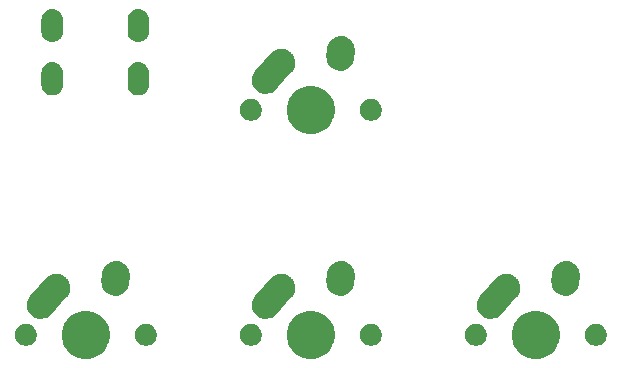
<source format=gbs>
G04 #@! TF.GenerationSoftware,KiCad,Pcbnew,(5.1.4)-1*
G04 #@! TF.CreationDate,2022-10-22T18:40:15-05:00*
G04 #@! TF.ProjectId,first-3k-keypad,66697273-742d-4336-9b2d-6b6579706164,rev?*
G04 #@! TF.SameCoordinates,Original*
G04 #@! TF.FileFunction,Soldermask,Bot*
G04 #@! TF.FilePolarity,Negative*
%FSLAX46Y46*%
G04 Gerber Fmt 4.6, Leading zero omitted, Abs format (unit mm)*
G04 Created by KiCad (PCBNEW (5.1.4)-1) date 2022-10-22 18:40:15*
%MOMM*%
%LPD*%
G04 APERTURE LIST*
%ADD10C,0.020000*%
G04 APERTURE END LIST*
D10*
G36*
X108546474Y-121858684D02*
G01*
X108764474Y-121948983D01*
X108918623Y-122012833D01*
X109253548Y-122236623D01*
X109538377Y-122521452D01*
X109762167Y-122856377D01*
X109794562Y-122934586D01*
X109916316Y-123228526D01*
X109994900Y-123623594D01*
X109994900Y-124026406D01*
X109916316Y-124421474D01*
X109865451Y-124544272D01*
X109762167Y-124793623D01*
X109538377Y-125128548D01*
X109253548Y-125413377D01*
X108918623Y-125637167D01*
X108764474Y-125701017D01*
X108546474Y-125791316D01*
X108151406Y-125869900D01*
X107748594Y-125869900D01*
X107353526Y-125791316D01*
X107135526Y-125701017D01*
X106981377Y-125637167D01*
X106646452Y-125413377D01*
X106361623Y-125128548D01*
X106137833Y-124793623D01*
X106034549Y-124544272D01*
X105983684Y-124421474D01*
X105905100Y-124026406D01*
X105905100Y-123623594D01*
X105983684Y-123228526D01*
X106105438Y-122934586D01*
X106137833Y-122856377D01*
X106361623Y-122521452D01*
X106646452Y-122236623D01*
X106981377Y-122012833D01*
X107135526Y-121948983D01*
X107353526Y-121858684D01*
X107748594Y-121780100D01*
X108151406Y-121780100D01*
X108546474Y-121858684D01*
X108546474Y-121858684D01*
G37*
G36*
X146646474Y-121858684D02*
G01*
X146864474Y-121948983D01*
X147018623Y-122012833D01*
X147353548Y-122236623D01*
X147638377Y-122521452D01*
X147862167Y-122856377D01*
X147894562Y-122934586D01*
X148016316Y-123228526D01*
X148094900Y-123623594D01*
X148094900Y-124026406D01*
X148016316Y-124421474D01*
X147965451Y-124544272D01*
X147862167Y-124793623D01*
X147638377Y-125128548D01*
X147353548Y-125413377D01*
X147018623Y-125637167D01*
X146864474Y-125701017D01*
X146646474Y-125791316D01*
X146251406Y-125869900D01*
X145848594Y-125869900D01*
X145453526Y-125791316D01*
X145235526Y-125701017D01*
X145081377Y-125637167D01*
X144746452Y-125413377D01*
X144461623Y-125128548D01*
X144237833Y-124793623D01*
X144134549Y-124544272D01*
X144083684Y-124421474D01*
X144005100Y-124026406D01*
X144005100Y-123623594D01*
X144083684Y-123228526D01*
X144205438Y-122934586D01*
X144237833Y-122856377D01*
X144461623Y-122521452D01*
X144746452Y-122236623D01*
X145081377Y-122012833D01*
X145235526Y-121948983D01*
X145453526Y-121858684D01*
X145848594Y-121780100D01*
X146251406Y-121780100D01*
X146646474Y-121858684D01*
X146646474Y-121858684D01*
G37*
G36*
X127596474Y-121858684D02*
G01*
X127814474Y-121948983D01*
X127968623Y-122012833D01*
X128303548Y-122236623D01*
X128588377Y-122521452D01*
X128812167Y-122856377D01*
X128844562Y-122934586D01*
X128966316Y-123228526D01*
X129044900Y-123623594D01*
X129044900Y-124026406D01*
X128966316Y-124421474D01*
X128915451Y-124544272D01*
X128812167Y-124793623D01*
X128588377Y-125128548D01*
X128303548Y-125413377D01*
X127968623Y-125637167D01*
X127814474Y-125701017D01*
X127596474Y-125791316D01*
X127201406Y-125869900D01*
X126798594Y-125869900D01*
X126403526Y-125791316D01*
X126185526Y-125701017D01*
X126031377Y-125637167D01*
X125696452Y-125413377D01*
X125411623Y-125128548D01*
X125187833Y-124793623D01*
X125084549Y-124544272D01*
X125033684Y-124421474D01*
X124955100Y-124026406D01*
X124955100Y-123623594D01*
X125033684Y-123228526D01*
X125155438Y-122934586D01*
X125187833Y-122856377D01*
X125411623Y-122521452D01*
X125696452Y-122236623D01*
X126031377Y-122012833D01*
X126185526Y-121948983D01*
X126403526Y-121858684D01*
X126798594Y-121780100D01*
X127201406Y-121780100D01*
X127596474Y-121858684D01*
X127596474Y-121858684D01*
G37*
G36*
X103140104Y-122934585D02*
G01*
X103308626Y-123004389D01*
X103460291Y-123105728D01*
X103589272Y-123234709D01*
X103690611Y-123386374D01*
X103760415Y-123554896D01*
X103796000Y-123733797D01*
X103796000Y-123916203D01*
X103760415Y-124095104D01*
X103690611Y-124263626D01*
X103589272Y-124415291D01*
X103460291Y-124544272D01*
X103308626Y-124645611D01*
X103140104Y-124715415D01*
X102961203Y-124751000D01*
X102778797Y-124751000D01*
X102599896Y-124715415D01*
X102431374Y-124645611D01*
X102279709Y-124544272D01*
X102150728Y-124415291D01*
X102049389Y-124263626D01*
X101979585Y-124095104D01*
X101944000Y-123916203D01*
X101944000Y-123733797D01*
X101979585Y-123554896D01*
X102049389Y-123386374D01*
X102150728Y-123234709D01*
X102279709Y-123105728D01*
X102431374Y-123004389D01*
X102599896Y-122934585D01*
X102778797Y-122899000D01*
X102961203Y-122899000D01*
X103140104Y-122934585D01*
X103140104Y-122934585D01*
G37*
G36*
X141240104Y-122934585D02*
G01*
X141408626Y-123004389D01*
X141560291Y-123105728D01*
X141689272Y-123234709D01*
X141790611Y-123386374D01*
X141860415Y-123554896D01*
X141896000Y-123733797D01*
X141896000Y-123916203D01*
X141860415Y-124095104D01*
X141790611Y-124263626D01*
X141689272Y-124415291D01*
X141560291Y-124544272D01*
X141408626Y-124645611D01*
X141240104Y-124715415D01*
X141061203Y-124751000D01*
X140878797Y-124751000D01*
X140699896Y-124715415D01*
X140531374Y-124645611D01*
X140379709Y-124544272D01*
X140250728Y-124415291D01*
X140149389Y-124263626D01*
X140079585Y-124095104D01*
X140044000Y-123916203D01*
X140044000Y-123733797D01*
X140079585Y-123554896D01*
X140149389Y-123386374D01*
X140250728Y-123234709D01*
X140379709Y-123105728D01*
X140531374Y-123004389D01*
X140699896Y-122934585D01*
X140878797Y-122899000D01*
X141061203Y-122899000D01*
X141240104Y-122934585D01*
X141240104Y-122934585D01*
G37*
G36*
X151400104Y-122934585D02*
G01*
X151568626Y-123004389D01*
X151720291Y-123105728D01*
X151849272Y-123234709D01*
X151950611Y-123386374D01*
X152020415Y-123554896D01*
X152056000Y-123733797D01*
X152056000Y-123916203D01*
X152020415Y-124095104D01*
X151950611Y-124263626D01*
X151849272Y-124415291D01*
X151720291Y-124544272D01*
X151568626Y-124645611D01*
X151400104Y-124715415D01*
X151221203Y-124751000D01*
X151038797Y-124751000D01*
X150859896Y-124715415D01*
X150691374Y-124645611D01*
X150539709Y-124544272D01*
X150410728Y-124415291D01*
X150309389Y-124263626D01*
X150239585Y-124095104D01*
X150204000Y-123916203D01*
X150204000Y-123733797D01*
X150239585Y-123554896D01*
X150309389Y-123386374D01*
X150410728Y-123234709D01*
X150539709Y-123105728D01*
X150691374Y-123004389D01*
X150859896Y-122934585D01*
X151038797Y-122899000D01*
X151221203Y-122899000D01*
X151400104Y-122934585D01*
X151400104Y-122934585D01*
G37*
G36*
X122190104Y-122934585D02*
G01*
X122358626Y-123004389D01*
X122510291Y-123105728D01*
X122639272Y-123234709D01*
X122740611Y-123386374D01*
X122810415Y-123554896D01*
X122846000Y-123733797D01*
X122846000Y-123916203D01*
X122810415Y-124095104D01*
X122740611Y-124263626D01*
X122639272Y-124415291D01*
X122510291Y-124544272D01*
X122358626Y-124645611D01*
X122190104Y-124715415D01*
X122011203Y-124751000D01*
X121828797Y-124751000D01*
X121649896Y-124715415D01*
X121481374Y-124645611D01*
X121329709Y-124544272D01*
X121200728Y-124415291D01*
X121099389Y-124263626D01*
X121029585Y-124095104D01*
X120994000Y-123916203D01*
X120994000Y-123733797D01*
X121029585Y-123554896D01*
X121099389Y-123386374D01*
X121200728Y-123234709D01*
X121329709Y-123105728D01*
X121481374Y-123004389D01*
X121649896Y-122934585D01*
X121828797Y-122899000D01*
X122011203Y-122899000D01*
X122190104Y-122934585D01*
X122190104Y-122934585D01*
G37*
G36*
X132350104Y-122934585D02*
G01*
X132518626Y-123004389D01*
X132670291Y-123105728D01*
X132799272Y-123234709D01*
X132900611Y-123386374D01*
X132970415Y-123554896D01*
X133006000Y-123733797D01*
X133006000Y-123916203D01*
X132970415Y-124095104D01*
X132900611Y-124263626D01*
X132799272Y-124415291D01*
X132670291Y-124544272D01*
X132518626Y-124645611D01*
X132350104Y-124715415D01*
X132171203Y-124751000D01*
X131988797Y-124751000D01*
X131809896Y-124715415D01*
X131641374Y-124645611D01*
X131489709Y-124544272D01*
X131360728Y-124415291D01*
X131259389Y-124263626D01*
X131189585Y-124095104D01*
X131154000Y-123916203D01*
X131154000Y-123733797D01*
X131189585Y-123554896D01*
X131259389Y-123386374D01*
X131360728Y-123234709D01*
X131489709Y-123105728D01*
X131641374Y-123004389D01*
X131809896Y-122934585D01*
X131988797Y-122899000D01*
X132171203Y-122899000D01*
X132350104Y-122934585D01*
X132350104Y-122934585D01*
G37*
G36*
X113300104Y-122934585D02*
G01*
X113468626Y-123004389D01*
X113620291Y-123105728D01*
X113749272Y-123234709D01*
X113850611Y-123386374D01*
X113920415Y-123554896D01*
X113956000Y-123733797D01*
X113956000Y-123916203D01*
X113920415Y-124095104D01*
X113850611Y-124263626D01*
X113749272Y-124415291D01*
X113620291Y-124544272D01*
X113468626Y-124645611D01*
X113300104Y-124715415D01*
X113121203Y-124751000D01*
X112938797Y-124751000D01*
X112759896Y-124715415D01*
X112591374Y-124645611D01*
X112439709Y-124544272D01*
X112310728Y-124415291D01*
X112209389Y-124263626D01*
X112139585Y-124095104D01*
X112104000Y-123916203D01*
X112104000Y-123733797D01*
X112139585Y-123554896D01*
X112209389Y-123386374D01*
X112310728Y-123234709D01*
X112439709Y-123105728D01*
X112591374Y-123004389D01*
X112759896Y-122934585D01*
X112938797Y-122899000D01*
X113121203Y-122899000D01*
X113300104Y-122934585D01*
X113300104Y-122934585D01*
G37*
G36*
X105473205Y-118648881D02*
G01*
X105478645Y-118649000D01*
X105565828Y-118649000D01*
X105582097Y-118652236D01*
X105600956Y-118654515D01*
X105617532Y-118655246D01*
X105702223Y-118676010D01*
X105707518Y-118677184D01*
X105793027Y-118694193D01*
X105808362Y-118700545D01*
X105826401Y-118706455D01*
X105842521Y-118710407D01*
X105921504Y-118747280D01*
X105926494Y-118749477D01*
X106007045Y-118782842D01*
X106020841Y-118792060D01*
X106037393Y-118801382D01*
X106052426Y-118808400D01*
X106122694Y-118859971D01*
X106127192Y-118863122D01*
X106199656Y-118911541D01*
X106211383Y-118923268D01*
X106225809Y-118935648D01*
X106239179Y-118945461D01*
X106239180Y-118945462D01*
X106298021Y-119009733D01*
X106301829Y-119013714D01*
X106363459Y-119075344D01*
X106372674Y-119089135D01*
X106384396Y-119104078D01*
X106395605Y-119116321D01*
X106440799Y-119190874D01*
X106443746Y-119195501D01*
X106492158Y-119267955D01*
X106498505Y-119283277D01*
X106507092Y-119300231D01*
X106515691Y-119314417D01*
X106545478Y-119396368D01*
X106547452Y-119401448D01*
X106580807Y-119481973D01*
X106580807Y-119481974D01*
X106584041Y-119498233D01*
X106589158Y-119516542D01*
X106594825Y-119532134D01*
X106608055Y-119618345D01*
X106609001Y-119623713D01*
X106626000Y-119709173D01*
X106626000Y-119725752D01*
X106627444Y-119744692D01*
X106629963Y-119761104D01*
X106626120Y-119848249D01*
X106626000Y-119853689D01*
X106626000Y-119940825D01*
X106622766Y-119957083D01*
X106620488Y-119975941D01*
X106619756Y-119992531D01*
X106598988Y-120077237D01*
X106597812Y-120082537D01*
X106580807Y-120168027D01*
X106574457Y-120183357D01*
X106568549Y-120201393D01*
X106564595Y-120217520D01*
X106527711Y-120296526D01*
X106525511Y-120301523D01*
X106492158Y-120382045D01*
X106482944Y-120395835D01*
X106473622Y-120412387D01*
X106466602Y-120427424D01*
X106415011Y-120497720D01*
X106411866Y-120502210D01*
X106363461Y-120574654D01*
X106306460Y-120631655D01*
X106301811Y-120636563D01*
X105870311Y-121117470D01*
X104976723Y-122113376D01*
X104848679Y-122230602D01*
X104749630Y-122290646D01*
X104650583Y-122350689D01*
X104432866Y-122429823D01*
X104203895Y-122464961D01*
X103972470Y-122454754D01*
X103747481Y-122399593D01*
X103642727Y-122350689D01*
X103537579Y-122301602D01*
X103440838Y-122230602D01*
X103350823Y-122164539D01*
X103276394Y-122083241D01*
X103194398Y-121993679D01*
X103112564Y-121858685D01*
X103074311Y-121795583D01*
X102995177Y-121577866D01*
X102960039Y-121348895D01*
X102970246Y-121117470D01*
X103025407Y-120892481D01*
X103076972Y-120782028D01*
X103123398Y-120682580D01*
X103123400Y-120682577D01*
X103226114Y-120542622D01*
X103981245Y-119701027D01*
X104512787Y-119108621D01*
X104523681Y-119094589D01*
X104536539Y-119075346D01*
X104593573Y-119018312D01*
X104598223Y-119013403D01*
X104613278Y-118996624D01*
X104634701Y-118977011D01*
X104638682Y-118973203D01*
X104700346Y-118911539D01*
X104714143Y-118902320D01*
X104729102Y-118890585D01*
X104741321Y-118879398D01*
X104773385Y-118859961D01*
X104815830Y-118834231D01*
X104820421Y-118831308D01*
X104892955Y-118782842D01*
X104908300Y-118776486D01*
X104925248Y-118767901D01*
X104939416Y-118759312D01*
X104939417Y-118759312D01*
X104939418Y-118759311D01*
X105021312Y-118729545D01*
X105026410Y-118727563D01*
X105106973Y-118694193D01*
X105123252Y-118690955D01*
X105141542Y-118685844D01*
X105157135Y-118680177D01*
X105243300Y-118666954D01*
X105248663Y-118666009D01*
X105334173Y-118649000D01*
X105350766Y-118649000D01*
X105369709Y-118647555D01*
X105386106Y-118645039D01*
X105473205Y-118648881D01*
X105473205Y-118648881D01*
G37*
G36*
X124523205Y-118648881D02*
G01*
X124528645Y-118649000D01*
X124615828Y-118649000D01*
X124632097Y-118652236D01*
X124650956Y-118654515D01*
X124667532Y-118655246D01*
X124752223Y-118676010D01*
X124757518Y-118677184D01*
X124843027Y-118694193D01*
X124858362Y-118700545D01*
X124876401Y-118706455D01*
X124892521Y-118710407D01*
X124971504Y-118747280D01*
X124976494Y-118749477D01*
X125057045Y-118782842D01*
X125070841Y-118792060D01*
X125087393Y-118801382D01*
X125102426Y-118808400D01*
X125172694Y-118859971D01*
X125177192Y-118863122D01*
X125249656Y-118911541D01*
X125261383Y-118923268D01*
X125275809Y-118935648D01*
X125289179Y-118945461D01*
X125289180Y-118945462D01*
X125348021Y-119009733D01*
X125351829Y-119013714D01*
X125413459Y-119075344D01*
X125422674Y-119089135D01*
X125434396Y-119104078D01*
X125445605Y-119116321D01*
X125490799Y-119190874D01*
X125493746Y-119195501D01*
X125542158Y-119267955D01*
X125548505Y-119283277D01*
X125557092Y-119300231D01*
X125565691Y-119314417D01*
X125595478Y-119396368D01*
X125597452Y-119401448D01*
X125630807Y-119481973D01*
X125630807Y-119481974D01*
X125634041Y-119498233D01*
X125639158Y-119516542D01*
X125644825Y-119532134D01*
X125658055Y-119618345D01*
X125659001Y-119623713D01*
X125676000Y-119709173D01*
X125676000Y-119725752D01*
X125677444Y-119744692D01*
X125679963Y-119761104D01*
X125676120Y-119848249D01*
X125676000Y-119853689D01*
X125676000Y-119940825D01*
X125672766Y-119957083D01*
X125670488Y-119975941D01*
X125669756Y-119992531D01*
X125648988Y-120077237D01*
X125647812Y-120082537D01*
X125630807Y-120168027D01*
X125624457Y-120183357D01*
X125618549Y-120201393D01*
X125614595Y-120217520D01*
X125577711Y-120296526D01*
X125575511Y-120301523D01*
X125542158Y-120382045D01*
X125532944Y-120395835D01*
X125523622Y-120412387D01*
X125516602Y-120427424D01*
X125465011Y-120497720D01*
X125461866Y-120502210D01*
X125413461Y-120574654D01*
X125356460Y-120631655D01*
X125351811Y-120636563D01*
X124920311Y-121117470D01*
X124026723Y-122113376D01*
X123898679Y-122230602D01*
X123799630Y-122290646D01*
X123700583Y-122350689D01*
X123482866Y-122429823D01*
X123253895Y-122464961D01*
X123022470Y-122454754D01*
X122797481Y-122399593D01*
X122692727Y-122350689D01*
X122587579Y-122301602D01*
X122490838Y-122230602D01*
X122400823Y-122164539D01*
X122326394Y-122083241D01*
X122244398Y-121993679D01*
X122162564Y-121858685D01*
X122124311Y-121795583D01*
X122045177Y-121577866D01*
X122010039Y-121348895D01*
X122020246Y-121117470D01*
X122075407Y-120892481D01*
X122126972Y-120782028D01*
X122173398Y-120682580D01*
X122173400Y-120682577D01*
X122276114Y-120542622D01*
X123031245Y-119701027D01*
X123562787Y-119108621D01*
X123573681Y-119094589D01*
X123586539Y-119075346D01*
X123643573Y-119018312D01*
X123648223Y-119013403D01*
X123663278Y-118996624D01*
X123684701Y-118977011D01*
X123688682Y-118973203D01*
X123750346Y-118911539D01*
X123764143Y-118902320D01*
X123779102Y-118890585D01*
X123791321Y-118879398D01*
X123823385Y-118859961D01*
X123865830Y-118834231D01*
X123870421Y-118831308D01*
X123942955Y-118782842D01*
X123958300Y-118776486D01*
X123975248Y-118767901D01*
X123989416Y-118759312D01*
X123989417Y-118759312D01*
X123989418Y-118759311D01*
X124071312Y-118729545D01*
X124076410Y-118727563D01*
X124156973Y-118694193D01*
X124173252Y-118690955D01*
X124191542Y-118685844D01*
X124207135Y-118680177D01*
X124293300Y-118666954D01*
X124298663Y-118666009D01*
X124384173Y-118649000D01*
X124400766Y-118649000D01*
X124419709Y-118647555D01*
X124436106Y-118645039D01*
X124523205Y-118648881D01*
X124523205Y-118648881D01*
G37*
G36*
X143573205Y-118648881D02*
G01*
X143578645Y-118649000D01*
X143665828Y-118649000D01*
X143682097Y-118652236D01*
X143700956Y-118654515D01*
X143717532Y-118655246D01*
X143802223Y-118676010D01*
X143807518Y-118677184D01*
X143893027Y-118694193D01*
X143908362Y-118700545D01*
X143926401Y-118706455D01*
X143942521Y-118710407D01*
X144021504Y-118747280D01*
X144026494Y-118749477D01*
X144107045Y-118782842D01*
X144120841Y-118792060D01*
X144137393Y-118801382D01*
X144152426Y-118808400D01*
X144222694Y-118859971D01*
X144227192Y-118863122D01*
X144299656Y-118911541D01*
X144311383Y-118923268D01*
X144325809Y-118935648D01*
X144339179Y-118945461D01*
X144339180Y-118945462D01*
X144398021Y-119009733D01*
X144401829Y-119013714D01*
X144463459Y-119075344D01*
X144472674Y-119089135D01*
X144484396Y-119104078D01*
X144495605Y-119116321D01*
X144540799Y-119190874D01*
X144543746Y-119195501D01*
X144592158Y-119267955D01*
X144598505Y-119283277D01*
X144607092Y-119300231D01*
X144615691Y-119314417D01*
X144645478Y-119396368D01*
X144647452Y-119401448D01*
X144680807Y-119481973D01*
X144680807Y-119481974D01*
X144684041Y-119498233D01*
X144689158Y-119516542D01*
X144694825Y-119532134D01*
X144708055Y-119618345D01*
X144709001Y-119623713D01*
X144726000Y-119709173D01*
X144726000Y-119725752D01*
X144727444Y-119744692D01*
X144729963Y-119761104D01*
X144726120Y-119848249D01*
X144726000Y-119853689D01*
X144726000Y-119940825D01*
X144722766Y-119957083D01*
X144720488Y-119975941D01*
X144719756Y-119992531D01*
X144698988Y-120077237D01*
X144697812Y-120082537D01*
X144680807Y-120168027D01*
X144674457Y-120183357D01*
X144668549Y-120201393D01*
X144664595Y-120217520D01*
X144627711Y-120296526D01*
X144625511Y-120301523D01*
X144592158Y-120382045D01*
X144582944Y-120395835D01*
X144573622Y-120412387D01*
X144566602Y-120427424D01*
X144515011Y-120497720D01*
X144511866Y-120502210D01*
X144463461Y-120574654D01*
X144406460Y-120631655D01*
X144401811Y-120636563D01*
X143970311Y-121117470D01*
X143076723Y-122113376D01*
X142948679Y-122230602D01*
X142849630Y-122290646D01*
X142750583Y-122350689D01*
X142532866Y-122429823D01*
X142303895Y-122464961D01*
X142072470Y-122454754D01*
X141847481Y-122399593D01*
X141742727Y-122350689D01*
X141637579Y-122301602D01*
X141540838Y-122230602D01*
X141450823Y-122164539D01*
X141376394Y-122083241D01*
X141294398Y-121993679D01*
X141212564Y-121858685D01*
X141174311Y-121795583D01*
X141095177Y-121577866D01*
X141060039Y-121348895D01*
X141070246Y-121117470D01*
X141125407Y-120892481D01*
X141176972Y-120782028D01*
X141223398Y-120682580D01*
X141223400Y-120682577D01*
X141326114Y-120542622D01*
X142081245Y-119701027D01*
X142612787Y-119108621D01*
X142623681Y-119094589D01*
X142636539Y-119075346D01*
X142693573Y-119018312D01*
X142698223Y-119013403D01*
X142713278Y-118996624D01*
X142734701Y-118977011D01*
X142738682Y-118973203D01*
X142800346Y-118911539D01*
X142814143Y-118902320D01*
X142829102Y-118890585D01*
X142841321Y-118879398D01*
X142873385Y-118859961D01*
X142915830Y-118834231D01*
X142920421Y-118831308D01*
X142992955Y-118782842D01*
X143008300Y-118776486D01*
X143025248Y-118767901D01*
X143039416Y-118759312D01*
X143039417Y-118759312D01*
X143039418Y-118759311D01*
X143121312Y-118729545D01*
X143126410Y-118727563D01*
X143206973Y-118694193D01*
X143223252Y-118690955D01*
X143241542Y-118685844D01*
X143257135Y-118680177D01*
X143343300Y-118666954D01*
X143348663Y-118666009D01*
X143434173Y-118649000D01*
X143450766Y-118649000D01*
X143469709Y-118647555D01*
X143486106Y-118645039D01*
X143573205Y-118648881D01*
X143573205Y-118648881D01*
G37*
G36*
X148678127Y-117567261D02*
G01*
X148698900Y-117569000D01*
X148705827Y-117569000D01*
X148800754Y-117587882D01*
X148804348Y-117588542D01*
X148899730Y-117604624D01*
X148906203Y-117607085D01*
X148926228Y-117612841D01*
X148933027Y-117614193D01*
X148995414Y-117640034D01*
X149022443Y-117651230D01*
X149025844Y-117652581D01*
X149116255Y-117686961D01*
X149122127Y-117690640D01*
X149140636Y-117700187D01*
X149147045Y-117702842D01*
X149227563Y-117756642D01*
X149230554Y-117758578D01*
X149312557Y-117809959D01*
X149317584Y-117814700D01*
X149333896Y-117827691D01*
X149339652Y-117831537D01*
X149408110Y-117899995D01*
X149410689Y-117902499D01*
X149481090Y-117968889D01*
X149485095Y-117974519D01*
X149498559Y-117990444D01*
X149503459Y-117995344D01*
X149557244Y-118075839D01*
X149559291Y-118078807D01*
X149615380Y-118157645D01*
X149618214Y-118163958D01*
X149628308Y-118182193D01*
X149632158Y-118187955D01*
X149669220Y-118277430D01*
X149670624Y-118280685D01*
X149710265Y-118368973D01*
X149711815Y-118375725D01*
X149718152Y-118395562D01*
X149720807Y-118401973D01*
X149739692Y-118496917D01*
X149740438Y-118500401D01*
X149762098Y-118594751D01*
X149762098Y-118594754D01*
X149762300Y-118601654D01*
X149764647Y-118622370D01*
X149766000Y-118629174D01*
X149766000Y-118725986D01*
X149766053Y-118729584D01*
X149767188Y-118768277D01*
X149766295Y-118781225D01*
X149766000Y-118789797D01*
X149766000Y-118860826D01*
X149760081Y-118890585D01*
X149759604Y-118892979D01*
X149757500Y-118908750D01*
X149719238Y-119463545D01*
X149690376Y-119634730D01*
X149608038Y-119851255D01*
X149485041Y-120047557D01*
X149326111Y-120216090D01*
X149137355Y-120350380D01*
X148926027Y-120445265D01*
X148700249Y-120497098D01*
X148468698Y-120503889D01*
X148468697Y-120503889D01*
X148423012Y-120496186D01*
X148240270Y-120465376D01*
X148023745Y-120383038D01*
X147827443Y-120260041D01*
X147658910Y-120101111D01*
X147524620Y-119912355D01*
X147429735Y-119701027D01*
X147377902Y-119475249D01*
X147372812Y-119301723D01*
X147413704Y-118708794D01*
X147414000Y-118700196D01*
X147414000Y-118629175D01*
X147432882Y-118534250D01*
X147433544Y-118530645D01*
X147439231Y-118496917D01*
X147449624Y-118435270D01*
X147452085Y-118428799D01*
X147457842Y-118408767D01*
X147459193Y-118401974D01*
X147461843Y-118395576D01*
X147496264Y-118312476D01*
X147497553Y-118309230D01*
X147531962Y-118218745D01*
X147535636Y-118212881D01*
X147545187Y-118194365D01*
X147547842Y-118187955D01*
X147601657Y-118107415D01*
X147603577Y-118104449D01*
X147654959Y-118022443D01*
X147659711Y-118017404D01*
X147672689Y-118001107D01*
X147676537Y-117995348D01*
X147744993Y-117926892D01*
X147747546Y-117924262D01*
X147768023Y-117902548D01*
X147813889Y-117853910D01*
X147819521Y-117849903D01*
X147835447Y-117836438D01*
X147840346Y-117831539D01*
X147920824Y-117777766D01*
X147923806Y-117775710D01*
X148002645Y-117719620D01*
X148008955Y-117716787D01*
X148027194Y-117706691D01*
X148032951Y-117702844D01*
X148032954Y-117702843D01*
X148032955Y-117702842D01*
X148122429Y-117665781D01*
X148125687Y-117664375D01*
X148213973Y-117624735D01*
X148220725Y-117623185D01*
X148240562Y-117616848D01*
X148246973Y-117614193D01*
X148341899Y-117595311D01*
X148345446Y-117594551D01*
X148439751Y-117572901D01*
X148442130Y-117572831D01*
X148446665Y-117572698D01*
X148467381Y-117570351D01*
X148474174Y-117569000D01*
X148570959Y-117569000D01*
X148574584Y-117568947D01*
X148671302Y-117566110D01*
X148678127Y-117567261D01*
X148678127Y-117567261D01*
G37*
G36*
X110578127Y-117567261D02*
G01*
X110598900Y-117569000D01*
X110605827Y-117569000D01*
X110700754Y-117587882D01*
X110704348Y-117588542D01*
X110799730Y-117604624D01*
X110806203Y-117607085D01*
X110826228Y-117612841D01*
X110833027Y-117614193D01*
X110895414Y-117640034D01*
X110922443Y-117651230D01*
X110925844Y-117652581D01*
X111016255Y-117686961D01*
X111022127Y-117690640D01*
X111040636Y-117700187D01*
X111047045Y-117702842D01*
X111127563Y-117756642D01*
X111130554Y-117758578D01*
X111212557Y-117809959D01*
X111217584Y-117814700D01*
X111233896Y-117827691D01*
X111239652Y-117831537D01*
X111308110Y-117899995D01*
X111310689Y-117902499D01*
X111381090Y-117968889D01*
X111385095Y-117974519D01*
X111398559Y-117990444D01*
X111403459Y-117995344D01*
X111457244Y-118075839D01*
X111459291Y-118078807D01*
X111515380Y-118157645D01*
X111518214Y-118163958D01*
X111528308Y-118182193D01*
X111532158Y-118187955D01*
X111569220Y-118277430D01*
X111570624Y-118280685D01*
X111610265Y-118368973D01*
X111611815Y-118375725D01*
X111618152Y-118395562D01*
X111620807Y-118401973D01*
X111639692Y-118496917D01*
X111640438Y-118500401D01*
X111662098Y-118594751D01*
X111662098Y-118594754D01*
X111662300Y-118601654D01*
X111664647Y-118622370D01*
X111666000Y-118629174D01*
X111666000Y-118725986D01*
X111666053Y-118729584D01*
X111667188Y-118768277D01*
X111666295Y-118781225D01*
X111666000Y-118789797D01*
X111666000Y-118860826D01*
X111660081Y-118890585D01*
X111659604Y-118892979D01*
X111657500Y-118908750D01*
X111619238Y-119463545D01*
X111590376Y-119634730D01*
X111508038Y-119851255D01*
X111385041Y-120047557D01*
X111226111Y-120216090D01*
X111037355Y-120350380D01*
X110826027Y-120445265D01*
X110600249Y-120497098D01*
X110368698Y-120503889D01*
X110368697Y-120503889D01*
X110323012Y-120496186D01*
X110140270Y-120465376D01*
X109923745Y-120383038D01*
X109727443Y-120260041D01*
X109558910Y-120101111D01*
X109424620Y-119912355D01*
X109329735Y-119701027D01*
X109277902Y-119475249D01*
X109272812Y-119301723D01*
X109313704Y-118708794D01*
X109314000Y-118700196D01*
X109314000Y-118629175D01*
X109332882Y-118534250D01*
X109333544Y-118530645D01*
X109339231Y-118496917D01*
X109349624Y-118435270D01*
X109352085Y-118428799D01*
X109357842Y-118408767D01*
X109359193Y-118401974D01*
X109361843Y-118395576D01*
X109396264Y-118312476D01*
X109397553Y-118309230D01*
X109431962Y-118218745D01*
X109435636Y-118212881D01*
X109445187Y-118194365D01*
X109447842Y-118187955D01*
X109501657Y-118107415D01*
X109503577Y-118104449D01*
X109554959Y-118022443D01*
X109559711Y-118017404D01*
X109572689Y-118001107D01*
X109576537Y-117995348D01*
X109644993Y-117926892D01*
X109647546Y-117924262D01*
X109668023Y-117902548D01*
X109713889Y-117853910D01*
X109719521Y-117849903D01*
X109735447Y-117836438D01*
X109740346Y-117831539D01*
X109820824Y-117777766D01*
X109823806Y-117775710D01*
X109902645Y-117719620D01*
X109908955Y-117716787D01*
X109927194Y-117706691D01*
X109932951Y-117702844D01*
X109932954Y-117702843D01*
X109932955Y-117702842D01*
X110022429Y-117665781D01*
X110025687Y-117664375D01*
X110113973Y-117624735D01*
X110120725Y-117623185D01*
X110140562Y-117616848D01*
X110146973Y-117614193D01*
X110241899Y-117595311D01*
X110245446Y-117594551D01*
X110339751Y-117572901D01*
X110342130Y-117572831D01*
X110346665Y-117572698D01*
X110367381Y-117570351D01*
X110374174Y-117569000D01*
X110470959Y-117569000D01*
X110474584Y-117568947D01*
X110571302Y-117566110D01*
X110578127Y-117567261D01*
X110578127Y-117567261D01*
G37*
G36*
X129628127Y-117567261D02*
G01*
X129648900Y-117569000D01*
X129655827Y-117569000D01*
X129750754Y-117587882D01*
X129754348Y-117588542D01*
X129849730Y-117604624D01*
X129856203Y-117607085D01*
X129876228Y-117612841D01*
X129883027Y-117614193D01*
X129945414Y-117640034D01*
X129972443Y-117651230D01*
X129975844Y-117652581D01*
X130066255Y-117686961D01*
X130072127Y-117690640D01*
X130090636Y-117700187D01*
X130097045Y-117702842D01*
X130177563Y-117756642D01*
X130180554Y-117758578D01*
X130262557Y-117809959D01*
X130267584Y-117814700D01*
X130283896Y-117827691D01*
X130289652Y-117831537D01*
X130358110Y-117899995D01*
X130360689Y-117902499D01*
X130431090Y-117968889D01*
X130435095Y-117974519D01*
X130448559Y-117990444D01*
X130453459Y-117995344D01*
X130507244Y-118075839D01*
X130509291Y-118078807D01*
X130565380Y-118157645D01*
X130568214Y-118163958D01*
X130578308Y-118182193D01*
X130582158Y-118187955D01*
X130619220Y-118277430D01*
X130620624Y-118280685D01*
X130660265Y-118368973D01*
X130661815Y-118375725D01*
X130668152Y-118395562D01*
X130670807Y-118401973D01*
X130689692Y-118496917D01*
X130690438Y-118500401D01*
X130712098Y-118594751D01*
X130712098Y-118594754D01*
X130712300Y-118601654D01*
X130714647Y-118622370D01*
X130716000Y-118629174D01*
X130716000Y-118725986D01*
X130716053Y-118729584D01*
X130717188Y-118768277D01*
X130716295Y-118781225D01*
X130716000Y-118789797D01*
X130716000Y-118860826D01*
X130710081Y-118890585D01*
X130709604Y-118892979D01*
X130707500Y-118908750D01*
X130669238Y-119463545D01*
X130640376Y-119634730D01*
X130558038Y-119851255D01*
X130435041Y-120047557D01*
X130276111Y-120216090D01*
X130087355Y-120350380D01*
X129876027Y-120445265D01*
X129650249Y-120497098D01*
X129418698Y-120503889D01*
X129418697Y-120503889D01*
X129373012Y-120496186D01*
X129190270Y-120465376D01*
X128973745Y-120383038D01*
X128777443Y-120260041D01*
X128608910Y-120101111D01*
X128474620Y-119912355D01*
X128379735Y-119701027D01*
X128327902Y-119475249D01*
X128322812Y-119301723D01*
X128363704Y-118708794D01*
X128364000Y-118700196D01*
X128364000Y-118629175D01*
X128382882Y-118534250D01*
X128383544Y-118530645D01*
X128389231Y-118496917D01*
X128399624Y-118435270D01*
X128402085Y-118428799D01*
X128407842Y-118408767D01*
X128409193Y-118401974D01*
X128411843Y-118395576D01*
X128446264Y-118312476D01*
X128447553Y-118309230D01*
X128481962Y-118218745D01*
X128485636Y-118212881D01*
X128495187Y-118194365D01*
X128497842Y-118187955D01*
X128551657Y-118107415D01*
X128553577Y-118104449D01*
X128604959Y-118022443D01*
X128609711Y-118017404D01*
X128622689Y-118001107D01*
X128626537Y-117995348D01*
X128694993Y-117926892D01*
X128697546Y-117924262D01*
X128718023Y-117902548D01*
X128763889Y-117853910D01*
X128769521Y-117849903D01*
X128785447Y-117836438D01*
X128790346Y-117831539D01*
X128870824Y-117777766D01*
X128873806Y-117775710D01*
X128952645Y-117719620D01*
X128958955Y-117716787D01*
X128977194Y-117706691D01*
X128982951Y-117702844D01*
X128982954Y-117702843D01*
X128982955Y-117702842D01*
X129072429Y-117665781D01*
X129075687Y-117664375D01*
X129163973Y-117624735D01*
X129170725Y-117623185D01*
X129190562Y-117616848D01*
X129196973Y-117614193D01*
X129291899Y-117595311D01*
X129295446Y-117594551D01*
X129389751Y-117572901D01*
X129392130Y-117572831D01*
X129396665Y-117572698D01*
X129417381Y-117570351D01*
X129424174Y-117569000D01*
X129520959Y-117569000D01*
X129524584Y-117568947D01*
X129621302Y-117566110D01*
X129628127Y-117567261D01*
X129628127Y-117567261D01*
G37*
G36*
X127596474Y-102808684D02*
G01*
X127814474Y-102898983D01*
X127968623Y-102962833D01*
X128303548Y-103186623D01*
X128588377Y-103471452D01*
X128812167Y-103806377D01*
X128844562Y-103884586D01*
X128966316Y-104178526D01*
X129044900Y-104573594D01*
X129044900Y-104976406D01*
X128966316Y-105371474D01*
X128915451Y-105494272D01*
X128812167Y-105743623D01*
X128588377Y-106078548D01*
X128303548Y-106363377D01*
X127968623Y-106587167D01*
X127814474Y-106651017D01*
X127596474Y-106741316D01*
X127201406Y-106819900D01*
X126798594Y-106819900D01*
X126403526Y-106741316D01*
X126185526Y-106651017D01*
X126031377Y-106587167D01*
X125696452Y-106363377D01*
X125411623Y-106078548D01*
X125187833Y-105743623D01*
X125084549Y-105494272D01*
X125033684Y-105371474D01*
X124955100Y-104976406D01*
X124955100Y-104573594D01*
X125033684Y-104178526D01*
X125155438Y-103884586D01*
X125187833Y-103806377D01*
X125411623Y-103471452D01*
X125696452Y-103186623D01*
X126031377Y-102962833D01*
X126185526Y-102898983D01*
X126403526Y-102808684D01*
X126798594Y-102730100D01*
X127201406Y-102730100D01*
X127596474Y-102808684D01*
X127596474Y-102808684D01*
G37*
G36*
X132350104Y-103884585D02*
G01*
X132518626Y-103954389D01*
X132670291Y-104055728D01*
X132799272Y-104184709D01*
X132900611Y-104336374D01*
X132970415Y-104504896D01*
X133006000Y-104683797D01*
X133006000Y-104866203D01*
X132970415Y-105045104D01*
X132900611Y-105213626D01*
X132799272Y-105365291D01*
X132670291Y-105494272D01*
X132518626Y-105595611D01*
X132350104Y-105665415D01*
X132171203Y-105701000D01*
X131988797Y-105701000D01*
X131809896Y-105665415D01*
X131641374Y-105595611D01*
X131489709Y-105494272D01*
X131360728Y-105365291D01*
X131259389Y-105213626D01*
X131189585Y-105045104D01*
X131154000Y-104866203D01*
X131154000Y-104683797D01*
X131189585Y-104504896D01*
X131259389Y-104336374D01*
X131360728Y-104184709D01*
X131489709Y-104055728D01*
X131641374Y-103954389D01*
X131809896Y-103884585D01*
X131988797Y-103849000D01*
X132171203Y-103849000D01*
X132350104Y-103884585D01*
X132350104Y-103884585D01*
G37*
G36*
X122190104Y-103884585D02*
G01*
X122358626Y-103954389D01*
X122510291Y-104055728D01*
X122639272Y-104184709D01*
X122740611Y-104336374D01*
X122810415Y-104504896D01*
X122846000Y-104683797D01*
X122846000Y-104866203D01*
X122810415Y-105045104D01*
X122740611Y-105213626D01*
X122639272Y-105365291D01*
X122510291Y-105494272D01*
X122358626Y-105595611D01*
X122190104Y-105665415D01*
X122011203Y-105701000D01*
X121828797Y-105701000D01*
X121649896Y-105665415D01*
X121481374Y-105595611D01*
X121329709Y-105494272D01*
X121200728Y-105365291D01*
X121099389Y-105213626D01*
X121029585Y-105045104D01*
X120994000Y-104866203D01*
X120994000Y-104683797D01*
X121029585Y-104504896D01*
X121099389Y-104336374D01*
X121200728Y-104184709D01*
X121329709Y-104055728D01*
X121481374Y-103954389D01*
X121649896Y-103884585D01*
X121828797Y-103849000D01*
X122011203Y-103849000D01*
X122190104Y-103884585D01*
X122190104Y-103884585D01*
G37*
G36*
X105270377Y-100743287D02*
G01*
X105440216Y-100794807D01*
X105440218Y-100794808D01*
X105518479Y-100836640D01*
X105596741Y-100878472D01*
X105611793Y-100890825D01*
X105733936Y-100991064D01*
X105783215Y-101051112D01*
X105846528Y-101128259D01*
X105930193Y-101284784D01*
X105981713Y-101454623D01*
X105987894Y-101517378D01*
X105994225Y-101581655D01*
X105994750Y-101586992D01*
X105994750Y-102675508D01*
X105981713Y-102807877D01*
X105930193Y-102977716D01*
X105846528Y-103134241D01*
X105817198Y-103169979D01*
X105733936Y-103271436D01*
X105596741Y-103384028D01*
X105440217Y-103467692D01*
X105440215Y-103467693D01*
X105270376Y-103519213D01*
X105093750Y-103536609D01*
X104917123Y-103519213D01*
X104747284Y-103467693D01*
X104590759Y-103384028D01*
X104585633Y-103379821D01*
X104453564Y-103271436D01*
X104340971Y-103134239D01*
X104257308Y-102977717D01*
X104252793Y-102962833D01*
X104205787Y-102807876D01*
X104192750Y-102675507D01*
X104192751Y-101586992D01*
X104193277Y-101581655D01*
X104199607Y-101517378D01*
X104205788Y-101454623D01*
X104257308Y-101284784D01*
X104340973Y-101128259D01*
X104404286Y-101051112D01*
X104453565Y-100991064D01*
X104575708Y-100890825D01*
X104590760Y-100878472D01*
X104669022Y-100836640D01*
X104747283Y-100794808D01*
X104747285Y-100794807D01*
X104917124Y-100743287D01*
X105093750Y-100725891D01*
X105270377Y-100743287D01*
X105270377Y-100743287D01*
G37*
G36*
X112570377Y-100743287D02*
G01*
X112740216Y-100794807D01*
X112740218Y-100794808D01*
X112818479Y-100836640D01*
X112896741Y-100878472D01*
X112911793Y-100890825D01*
X113033936Y-100991064D01*
X113083215Y-101051112D01*
X113146528Y-101128259D01*
X113230193Y-101284784D01*
X113281713Y-101454623D01*
X113287894Y-101517378D01*
X113294225Y-101581655D01*
X113294750Y-101586992D01*
X113294750Y-102675508D01*
X113281713Y-102807877D01*
X113230193Y-102977716D01*
X113146528Y-103134241D01*
X113117198Y-103169979D01*
X113033936Y-103271436D01*
X112896741Y-103384028D01*
X112740217Y-103467692D01*
X112740215Y-103467693D01*
X112570376Y-103519213D01*
X112393750Y-103536609D01*
X112217123Y-103519213D01*
X112047284Y-103467693D01*
X111890759Y-103384028D01*
X111885633Y-103379821D01*
X111753564Y-103271436D01*
X111640971Y-103134239D01*
X111557308Y-102977717D01*
X111552793Y-102962833D01*
X111505787Y-102807876D01*
X111492750Y-102675507D01*
X111492751Y-101586992D01*
X111493277Y-101581655D01*
X111499607Y-101517378D01*
X111505788Y-101454623D01*
X111557308Y-101284784D01*
X111640973Y-101128259D01*
X111704286Y-101051112D01*
X111753565Y-100991064D01*
X111875708Y-100890825D01*
X111890760Y-100878472D01*
X111969022Y-100836640D01*
X112047283Y-100794808D01*
X112047285Y-100794807D01*
X112217124Y-100743287D01*
X112393750Y-100725891D01*
X112570377Y-100743287D01*
X112570377Y-100743287D01*
G37*
G36*
X124523205Y-99598881D02*
G01*
X124528645Y-99599000D01*
X124615828Y-99599000D01*
X124632097Y-99602236D01*
X124650956Y-99604515D01*
X124667532Y-99605246D01*
X124752223Y-99626010D01*
X124757518Y-99627184D01*
X124843027Y-99644193D01*
X124858362Y-99650545D01*
X124876401Y-99656455D01*
X124892521Y-99660407D01*
X124971504Y-99697280D01*
X124976494Y-99699477D01*
X125057045Y-99732842D01*
X125070841Y-99742060D01*
X125087393Y-99751382D01*
X125102426Y-99758400D01*
X125172694Y-99809971D01*
X125177192Y-99813122D01*
X125249656Y-99861541D01*
X125261383Y-99873268D01*
X125275809Y-99885648D01*
X125289179Y-99895461D01*
X125289180Y-99895462D01*
X125348021Y-99959733D01*
X125351829Y-99963714D01*
X125413459Y-100025344D01*
X125422674Y-100039135D01*
X125434396Y-100054078D01*
X125445605Y-100066321D01*
X125490799Y-100140874D01*
X125493746Y-100145501D01*
X125542158Y-100217955D01*
X125548505Y-100233277D01*
X125557092Y-100250231D01*
X125565691Y-100264417D01*
X125595478Y-100346368D01*
X125597452Y-100351448D01*
X125630807Y-100431973D01*
X125630807Y-100431974D01*
X125634041Y-100448233D01*
X125639158Y-100466542D01*
X125644825Y-100482134D01*
X125658055Y-100568345D01*
X125659001Y-100573713D01*
X125676000Y-100659173D01*
X125676000Y-100675752D01*
X125677444Y-100694692D01*
X125679963Y-100711104D01*
X125676120Y-100798249D01*
X125676000Y-100803689D01*
X125676000Y-100890825D01*
X125672766Y-100907083D01*
X125670488Y-100925941D01*
X125669756Y-100942531D01*
X125648988Y-101027237D01*
X125647812Y-101032537D01*
X125630807Y-101118027D01*
X125624457Y-101133357D01*
X125618549Y-101151393D01*
X125614595Y-101167520D01*
X125577711Y-101246526D01*
X125575511Y-101251523D01*
X125542158Y-101332045D01*
X125532944Y-101345835D01*
X125523622Y-101362387D01*
X125516602Y-101377424D01*
X125465011Y-101447720D01*
X125461866Y-101452210D01*
X125413461Y-101524654D01*
X125356460Y-101581655D01*
X125351811Y-101586563D01*
X124255248Y-102808684D01*
X124026723Y-103063376D01*
X123898679Y-103180602D01*
X123799630Y-103240646D01*
X123700583Y-103300689D01*
X123482866Y-103379823D01*
X123253895Y-103414961D01*
X123022470Y-103404754D01*
X122797481Y-103349593D01*
X122692727Y-103300689D01*
X122587579Y-103251602D01*
X122490838Y-103180602D01*
X122400823Y-103114539D01*
X122326394Y-103033241D01*
X122244398Y-102943679D01*
X122162564Y-102808685D01*
X122124311Y-102745583D01*
X122045177Y-102527866D01*
X122010039Y-102298895D01*
X122020246Y-102067470D01*
X122075407Y-101842481D01*
X122126972Y-101732028D01*
X122173398Y-101632580D01*
X122173400Y-101632577D01*
X122276114Y-101492622D01*
X123031245Y-100651027D01*
X123562787Y-100058621D01*
X123573681Y-100044589D01*
X123586539Y-100025346D01*
X123643573Y-99968312D01*
X123648223Y-99963403D01*
X123663278Y-99946624D01*
X123684701Y-99927011D01*
X123688682Y-99923203D01*
X123750346Y-99861539D01*
X123764143Y-99852320D01*
X123779102Y-99840585D01*
X123791321Y-99829398D01*
X123823385Y-99809961D01*
X123865830Y-99784231D01*
X123870421Y-99781308D01*
X123942955Y-99732842D01*
X123958300Y-99726486D01*
X123975248Y-99717901D01*
X123989416Y-99709312D01*
X123989417Y-99709312D01*
X123989418Y-99709311D01*
X124071312Y-99679545D01*
X124076410Y-99677563D01*
X124156973Y-99644193D01*
X124173252Y-99640955D01*
X124191542Y-99635844D01*
X124207135Y-99630177D01*
X124293300Y-99616954D01*
X124298663Y-99616009D01*
X124384173Y-99599000D01*
X124400766Y-99599000D01*
X124419709Y-99597555D01*
X124436106Y-99595039D01*
X124523205Y-99598881D01*
X124523205Y-99598881D01*
G37*
G36*
X129628127Y-98517261D02*
G01*
X129648900Y-98519000D01*
X129655827Y-98519000D01*
X129750754Y-98537882D01*
X129754348Y-98538542D01*
X129849730Y-98554624D01*
X129856203Y-98557085D01*
X129876228Y-98562841D01*
X129883027Y-98564193D01*
X129945414Y-98590034D01*
X129972443Y-98601230D01*
X129975844Y-98602581D01*
X130066255Y-98636961D01*
X130072127Y-98640640D01*
X130090636Y-98650187D01*
X130097045Y-98652842D01*
X130177563Y-98706642D01*
X130180554Y-98708578D01*
X130262557Y-98759959D01*
X130267584Y-98764700D01*
X130283896Y-98777691D01*
X130289652Y-98781537D01*
X130358110Y-98849995D01*
X130360689Y-98852499D01*
X130431090Y-98918889D01*
X130435095Y-98924519D01*
X130448559Y-98940444D01*
X130453459Y-98945344D01*
X130468392Y-98967692D01*
X130507244Y-99025839D01*
X130509291Y-99028807D01*
X130565380Y-99107645D01*
X130568214Y-99113958D01*
X130578308Y-99132193D01*
X130582158Y-99137955D01*
X130619220Y-99227430D01*
X130620624Y-99230685D01*
X130660265Y-99318973D01*
X130661815Y-99325725D01*
X130668152Y-99345562D01*
X130670807Y-99351973D01*
X130689692Y-99446917D01*
X130690438Y-99450401D01*
X130712098Y-99544751D01*
X130712098Y-99544754D01*
X130712300Y-99551654D01*
X130714647Y-99572370D01*
X130716000Y-99579174D01*
X130716000Y-99675986D01*
X130716053Y-99679584D01*
X130717188Y-99718277D01*
X130716295Y-99731225D01*
X130716000Y-99739797D01*
X130716000Y-99810826D01*
X130710081Y-99840585D01*
X130709604Y-99842979D01*
X130707500Y-99858750D01*
X130669238Y-100413545D01*
X130640376Y-100584730D01*
X130558038Y-100801255D01*
X130435041Y-100997557D01*
X130276111Y-101166090D01*
X130087355Y-101300380D01*
X129876027Y-101395265D01*
X129650249Y-101447098D01*
X129418698Y-101453889D01*
X129418697Y-101453889D01*
X129373012Y-101446186D01*
X129190270Y-101415376D01*
X128973745Y-101333038D01*
X128777443Y-101210041D01*
X128608910Y-101051111D01*
X128474620Y-100862355D01*
X128379735Y-100651027D01*
X128327902Y-100425249D01*
X128322812Y-100251723D01*
X128363704Y-99658794D01*
X128364000Y-99650196D01*
X128364000Y-99579175D01*
X128382882Y-99484250D01*
X128383544Y-99480645D01*
X128389231Y-99446917D01*
X128399624Y-99385270D01*
X128402085Y-99378799D01*
X128407842Y-99358767D01*
X128409193Y-99351974D01*
X128411843Y-99345576D01*
X128446264Y-99262476D01*
X128447553Y-99259230D01*
X128481962Y-99168745D01*
X128485636Y-99162881D01*
X128495187Y-99144365D01*
X128497842Y-99137955D01*
X128551657Y-99057415D01*
X128553577Y-99054449D01*
X128604959Y-98972443D01*
X128609711Y-98967404D01*
X128622689Y-98951107D01*
X128626537Y-98945348D01*
X128694993Y-98876892D01*
X128697546Y-98874262D01*
X128718023Y-98852548D01*
X128763889Y-98803910D01*
X128769521Y-98799903D01*
X128785447Y-98786438D01*
X128790346Y-98781539D01*
X128870824Y-98727766D01*
X128873806Y-98725710D01*
X128952645Y-98669620D01*
X128958955Y-98666787D01*
X128977194Y-98656691D01*
X128982951Y-98652844D01*
X128982954Y-98652843D01*
X128982955Y-98652842D01*
X129072429Y-98615781D01*
X129075687Y-98614375D01*
X129163973Y-98574735D01*
X129170725Y-98573185D01*
X129190562Y-98566848D01*
X129196973Y-98564193D01*
X129291899Y-98545311D01*
X129295446Y-98544551D01*
X129389751Y-98522901D01*
X129392130Y-98522831D01*
X129396665Y-98522698D01*
X129417381Y-98520351D01*
X129424174Y-98519000D01*
X129520959Y-98519000D01*
X129524584Y-98518947D01*
X129621302Y-98516110D01*
X129628127Y-98517261D01*
X129628127Y-98517261D01*
G37*
G36*
X112570377Y-96243287D02*
G01*
X112740216Y-96294807D01*
X112896741Y-96378472D01*
X112932479Y-96407802D01*
X113033936Y-96491064D01*
X113117198Y-96592521D01*
X113146528Y-96628259D01*
X113230193Y-96784784D01*
X113281713Y-96954623D01*
X113294750Y-97086992D01*
X113294750Y-98175508D01*
X113281713Y-98307877D01*
X113230193Y-98477716D01*
X113146528Y-98634241D01*
X113119817Y-98666788D01*
X113033936Y-98771436D01*
X112896739Y-98884029D01*
X112771245Y-98951107D01*
X112740215Y-98967693D01*
X112570376Y-99019213D01*
X112393750Y-99036609D01*
X112217123Y-99019213D01*
X112047284Y-98967693D01*
X111890759Y-98884028D01*
X111849290Y-98849995D01*
X111753564Y-98771436D01*
X111640971Y-98634239D01*
X111557308Y-98477717D01*
X111557307Y-98477715D01*
X111505787Y-98307876D01*
X111492750Y-98175507D01*
X111492751Y-97086992D01*
X111505788Y-96954623D01*
X111557308Y-96784784D01*
X111640973Y-96628259D01*
X111670303Y-96592521D01*
X111753565Y-96491064D01*
X111855022Y-96407802D01*
X111890760Y-96378472D01*
X112047285Y-96294807D01*
X112217124Y-96243287D01*
X112393750Y-96225891D01*
X112570377Y-96243287D01*
X112570377Y-96243287D01*
G37*
G36*
X105270377Y-96243287D02*
G01*
X105440216Y-96294807D01*
X105596741Y-96378472D01*
X105632479Y-96407802D01*
X105733936Y-96491064D01*
X105817198Y-96592521D01*
X105846528Y-96628259D01*
X105930193Y-96784784D01*
X105981713Y-96954623D01*
X105994750Y-97086992D01*
X105994750Y-98175508D01*
X105981713Y-98307877D01*
X105930193Y-98477716D01*
X105846528Y-98634241D01*
X105819817Y-98666788D01*
X105733936Y-98771436D01*
X105596739Y-98884029D01*
X105471245Y-98951107D01*
X105440215Y-98967693D01*
X105270376Y-99019213D01*
X105093750Y-99036609D01*
X104917123Y-99019213D01*
X104747284Y-98967693D01*
X104590759Y-98884028D01*
X104549290Y-98849995D01*
X104453564Y-98771436D01*
X104340971Y-98634239D01*
X104257308Y-98477717D01*
X104257307Y-98477715D01*
X104205787Y-98307876D01*
X104192750Y-98175507D01*
X104192751Y-97086992D01*
X104205788Y-96954623D01*
X104257308Y-96784784D01*
X104340973Y-96628259D01*
X104370303Y-96592521D01*
X104453565Y-96491064D01*
X104555022Y-96407802D01*
X104590760Y-96378472D01*
X104747285Y-96294807D01*
X104917124Y-96243287D01*
X105093750Y-96225891D01*
X105270377Y-96243287D01*
X105270377Y-96243287D01*
G37*
M02*

</source>
